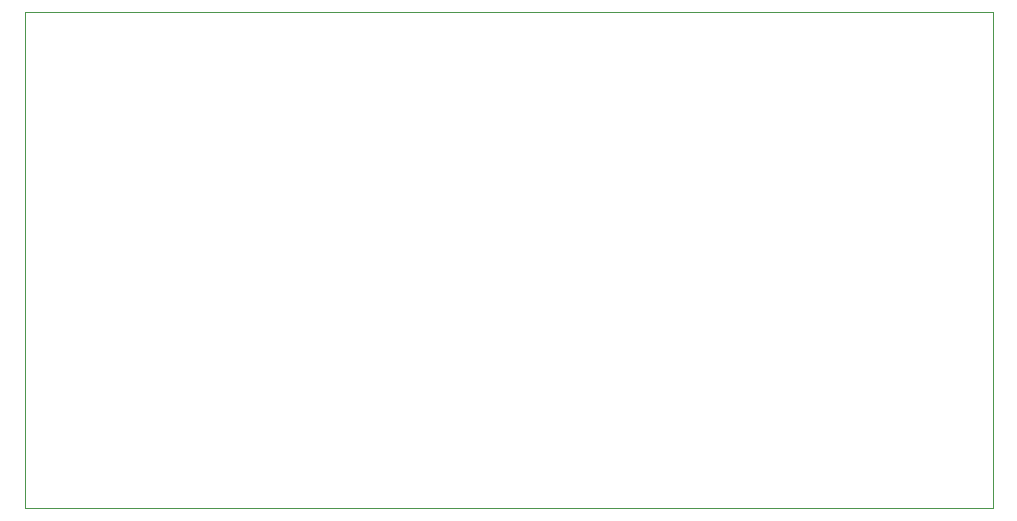
<source format=gbr>
%TF.GenerationSoftware,KiCad,Pcbnew,9.0.3*%
%TF.CreationDate,2025-07-17T21:40:03-07:00*%
%TF.ProjectId,DAQ_dev_board,4441515f-6465-4765-9f62-6f6172642e6b,rev?*%
%TF.SameCoordinates,Original*%
%TF.FileFunction,Profile,NP*%
%FSLAX46Y46*%
G04 Gerber Fmt 4.6, Leading zero omitted, Abs format (unit mm)*
G04 Created by KiCad (PCBNEW 9.0.3) date 2025-07-17 21:40:03*
%MOMM*%
%LPD*%
G01*
G04 APERTURE LIST*
%TA.AperFunction,Profile*%
%ADD10C,0.050000*%
%TD*%
G04 APERTURE END LIST*
D10*
X111225000Y-80000000D02*
X193225000Y-80000000D01*
X193225000Y-122000000D01*
X111225000Y-122000000D01*
X111225000Y-80000000D01*
M02*

</source>
